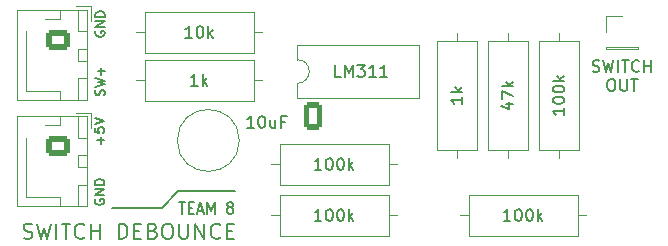
<source format=gto>
%TF.GenerationSoftware,KiCad,Pcbnew,9.0.2*%
%TF.CreationDate,2025-07-07T17:16:47-07:00*%
%TF.ProjectId,switch_debounce_unit,73776974-6368-45f6-9465-626f756e6365,rev?*%
%TF.SameCoordinates,Original*%
%TF.FileFunction,Legend,Top*%
%TF.FilePolarity,Positive*%
%FSLAX46Y46*%
G04 Gerber Fmt 4.6, Leading zero omitted, Abs format (unit mm)*
G04 Created by KiCad (PCBNEW 9.0.2) date 2025-07-07 17:16:47*
%MOMM*%
%LPD*%
G01*
G04 APERTURE LIST*
G04 Aperture macros list*
%AMRoundRect*
0 Rectangle with rounded corners*
0 $1 Rounding radius*
0 $2 $3 $4 $5 $6 $7 $8 $9 X,Y pos of 4 corners*
0 Add a 4 corners polygon primitive as box body*
4,1,4,$2,$3,$4,$5,$6,$7,$8,$9,$2,$3,0*
0 Add four circle primitives for the rounded corners*
1,1,$1+$1,$2,$3*
1,1,$1+$1,$4,$5*
1,1,$1+$1,$6,$7*
1,1,$1+$1,$8,$9*
0 Add four rect primitives between the rounded corners*
20,1,$1+$1,$2,$3,$4,$5,0*
20,1,$1+$1,$4,$5,$6,$7,0*
20,1,$1+$1,$6,$7,$8,$9,0*
20,1,$1+$1,$8,$9,$2,$3,0*%
G04 Aperture macros list end*
%ADD10C,0.200000*%
%ADD11C,0.120000*%
%ADD12C,1.200000*%
%ADD13RoundRect,0.250000X-0.750000X0.600000X-0.750000X-0.600000X0.750000X-0.600000X0.750000X0.600000X0*%
%ADD14O,2.000000X1.700000*%
%ADD15C,1.600000*%
%ADD16RoundRect,0.250000X0.550000X-0.950000X0.550000X0.950000X-0.550000X0.950000X-0.550000X-0.950000X0*%
%ADD17O,1.600000X2.400000*%
%ADD18R,1.700000X1.700000*%
G04 APERTURE END LIST*
D10*
X19919600Y-20798041D02*
X19957695Y-20683755D01*
X19957695Y-20683755D02*
X19957695Y-20493279D01*
X19957695Y-20493279D02*
X19919600Y-20417088D01*
X19919600Y-20417088D02*
X19881504Y-20378993D01*
X19881504Y-20378993D02*
X19805314Y-20340898D01*
X19805314Y-20340898D02*
X19729123Y-20340898D01*
X19729123Y-20340898D02*
X19652933Y-20378993D01*
X19652933Y-20378993D02*
X19614838Y-20417088D01*
X19614838Y-20417088D02*
X19576742Y-20493279D01*
X19576742Y-20493279D02*
X19538647Y-20645660D01*
X19538647Y-20645660D02*
X19500552Y-20721850D01*
X19500552Y-20721850D02*
X19462457Y-20759945D01*
X19462457Y-20759945D02*
X19386266Y-20798041D01*
X19386266Y-20798041D02*
X19310076Y-20798041D01*
X19310076Y-20798041D02*
X19233885Y-20759945D01*
X19233885Y-20759945D02*
X19195790Y-20721850D01*
X19195790Y-20721850D02*
X19157695Y-20645660D01*
X19157695Y-20645660D02*
X19157695Y-20455183D01*
X19157695Y-20455183D02*
X19195790Y-20340898D01*
X19157695Y-20074231D02*
X19957695Y-19883755D01*
X19957695Y-19883755D02*
X19386266Y-19731374D01*
X19386266Y-19731374D02*
X19957695Y-19578993D01*
X19957695Y-19578993D02*
X19157695Y-19388517D01*
X19652933Y-19083754D02*
X19652933Y-18474231D01*
X19957695Y-18778992D02*
X19348171Y-18778992D01*
X19195790Y-15387898D02*
X19157695Y-15464088D01*
X19157695Y-15464088D02*
X19157695Y-15578374D01*
X19157695Y-15578374D02*
X19195790Y-15692660D01*
X19195790Y-15692660D02*
X19271980Y-15768850D01*
X19271980Y-15768850D02*
X19348171Y-15806945D01*
X19348171Y-15806945D02*
X19500552Y-15845041D01*
X19500552Y-15845041D02*
X19614838Y-15845041D01*
X19614838Y-15845041D02*
X19767219Y-15806945D01*
X19767219Y-15806945D02*
X19843409Y-15768850D01*
X19843409Y-15768850D02*
X19919600Y-15692660D01*
X19919600Y-15692660D02*
X19957695Y-15578374D01*
X19957695Y-15578374D02*
X19957695Y-15502183D01*
X19957695Y-15502183D02*
X19919600Y-15387898D01*
X19919600Y-15387898D02*
X19881504Y-15349802D01*
X19881504Y-15349802D02*
X19614838Y-15349802D01*
X19614838Y-15349802D02*
X19614838Y-15502183D01*
X19957695Y-15006945D02*
X19157695Y-15006945D01*
X19157695Y-15006945D02*
X19957695Y-14549802D01*
X19957695Y-14549802D02*
X19157695Y-14549802D01*
X19957695Y-14168850D02*
X19157695Y-14168850D01*
X19157695Y-14168850D02*
X19157695Y-13978374D01*
X19157695Y-13978374D02*
X19195790Y-13864088D01*
X19195790Y-13864088D02*
X19271980Y-13787898D01*
X19271980Y-13787898D02*
X19348171Y-13749803D01*
X19348171Y-13749803D02*
X19500552Y-13711707D01*
X19500552Y-13711707D02*
X19614838Y-13711707D01*
X19614838Y-13711707D02*
X19767219Y-13749803D01*
X19767219Y-13749803D02*
X19843409Y-13787898D01*
X19843409Y-13787898D02*
X19919600Y-13864088D01*
X19919600Y-13864088D02*
X19957695Y-13978374D01*
X19957695Y-13978374D02*
X19957695Y-14168850D01*
X26162000Y-28956000D02*
X30988000Y-28956000D01*
X24765000Y-30353000D02*
X26162000Y-28956000D01*
X20574000Y-30353000D02*
X24765000Y-30353000D01*
X19136609Y-29611898D02*
X19098514Y-29688088D01*
X19098514Y-29688088D02*
X19098514Y-29802374D01*
X19098514Y-29802374D02*
X19136609Y-29916660D01*
X19136609Y-29916660D02*
X19212799Y-29992850D01*
X19212799Y-29992850D02*
X19288990Y-30030945D01*
X19288990Y-30030945D02*
X19441371Y-30069041D01*
X19441371Y-30069041D02*
X19555657Y-30069041D01*
X19555657Y-30069041D02*
X19708038Y-30030945D01*
X19708038Y-30030945D02*
X19784228Y-29992850D01*
X19784228Y-29992850D02*
X19860419Y-29916660D01*
X19860419Y-29916660D02*
X19898514Y-29802374D01*
X19898514Y-29802374D02*
X19898514Y-29726183D01*
X19898514Y-29726183D02*
X19860419Y-29611898D01*
X19860419Y-29611898D02*
X19822323Y-29573802D01*
X19822323Y-29573802D02*
X19555657Y-29573802D01*
X19555657Y-29573802D02*
X19555657Y-29726183D01*
X19898514Y-29230945D02*
X19098514Y-29230945D01*
X19098514Y-29230945D02*
X19898514Y-28773802D01*
X19898514Y-28773802D02*
X19098514Y-28773802D01*
X19898514Y-28392850D02*
X19098514Y-28392850D01*
X19098514Y-28392850D02*
X19098514Y-28202374D01*
X19098514Y-28202374D02*
X19136609Y-28088088D01*
X19136609Y-28088088D02*
X19212799Y-28011898D01*
X19212799Y-28011898D02*
X19288990Y-27973803D01*
X19288990Y-27973803D02*
X19441371Y-27935707D01*
X19441371Y-27935707D02*
X19555657Y-27935707D01*
X19555657Y-27935707D02*
X19708038Y-27973803D01*
X19708038Y-27973803D02*
X19784228Y-28011898D01*
X19784228Y-28011898D02*
X19860419Y-28088088D01*
X19860419Y-28088088D02*
X19898514Y-28202374D01*
X19898514Y-28202374D02*
X19898514Y-28392850D01*
X19593752Y-24918770D02*
X19593752Y-24309247D01*
X19898514Y-24614008D02*
X19288990Y-24614008D01*
X19098514Y-23547342D02*
X19098514Y-23928294D01*
X19098514Y-23928294D02*
X19479466Y-23966390D01*
X19479466Y-23966390D02*
X19441371Y-23928294D01*
X19441371Y-23928294D02*
X19403276Y-23852104D01*
X19403276Y-23852104D02*
X19403276Y-23661628D01*
X19403276Y-23661628D02*
X19441371Y-23585437D01*
X19441371Y-23585437D02*
X19479466Y-23547342D01*
X19479466Y-23547342D02*
X19555657Y-23509247D01*
X19555657Y-23509247D02*
X19746133Y-23509247D01*
X19746133Y-23509247D02*
X19822323Y-23547342D01*
X19822323Y-23547342D02*
X19860419Y-23585437D01*
X19860419Y-23585437D02*
X19898514Y-23661628D01*
X19898514Y-23661628D02*
X19898514Y-23852104D01*
X19898514Y-23852104D02*
X19860419Y-23928294D01*
X19860419Y-23928294D02*
X19822323Y-23966390D01*
X19098514Y-23280675D02*
X19898514Y-23014008D01*
X19898514Y-23014008D02*
X19098514Y-22747342D01*
X61254000Y-18783656D02*
X61396857Y-18831275D01*
X61396857Y-18831275D02*
X61634952Y-18831275D01*
X61634952Y-18831275D02*
X61730190Y-18783656D01*
X61730190Y-18783656D02*
X61777809Y-18736036D01*
X61777809Y-18736036D02*
X61825428Y-18640798D01*
X61825428Y-18640798D02*
X61825428Y-18545560D01*
X61825428Y-18545560D02*
X61777809Y-18450322D01*
X61777809Y-18450322D02*
X61730190Y-18402703D01*
X61730190Y-18402703D02*
X61634952Y-18355084D01*
X61634952Y-18355084D02*
X61444476Y-18307465D01*
X61444476Y-18307465D02*
X61349238Y-18259846D01*
X61349238Y-18259846D02*
X61301619Y-18212227D01*
X61301619Y-18212227D02*
X61254000Y-18116989D01*
X61254000Y-18116989D02*
X61254000Y-18021751D01*
X61254000Y-18021751D02*
X61301619Y-17926513D01*
X61301619Y-17926513D02*
X61349238Y-17878894D01*
X61349238Y-17878894D02*
X61444476Y-17831275D01*
X61444476Y-17831275D02*
X61682571Y-17831275D01*
X61682571Y-17831275D02*
X61825428Y-17878894D01*
X62158762Y-17831275D02*
X62396857Y-18831275D01*
X62396857Y-18831275D02*
X62587333Y-18116989D01*
X62587333Y-18116989D02*
X62777809Y-18831275D01*
X62777809Y-18831275D02*
X63015905Y-17831275D01*
X63396857Y-18831275D02*
X63396857Y-17831275D01*
X63730190Y-17831275D02*
X64301618Y-17831275D01*
X64015904Y-18831275D02*
X64015904Y-17831275D01*
X65206380Y-18736036D02*
X65158761Y-18783656D01*
X65158761Y-18783656D02*
X65015904Y-18831275D01*
X65015904Y-18831275D02*
X64920666Y-18831275D01*
X64920666Y-18831275D02*
X64777809Y-18783656D01*
X64777809Y-18783656D02*
X64682571Y-18688417D01*
X64682571Y-18688417D02*
X64634952Y-18593179D01*
X64634952Y-18593179D02*
X64587333Y-18402703D01*
X64587333Y-18402703D02*
X64587333Y-18259846D01*
X64587333Y-18259846D02*
X64634952Y-18069370D01*
X64634952Y-18069370D02*
X64682571Y-17974132D01*
X64682571Y-17974132D02*
X64777809Y-17878894D01*
X64777809Y-17878894D02*
X64920666Y-17831275D01*
X64920666Y-17831275D02*
X65015904Y-17831275D01*
X65015904Y-17831275D02*
X65158761Y-17878894D01*
X65158761Y-17878894D02*
X65206380Y-17926513D01*
X65634952Y-18831275D02*
X65634952Y-17831275D01*
X65634952Y-18307465D02*
X66206380Y-18307465D01*
X66206380Y-18831275D02*
X66206380Y-17831275D01*
X62754000Y-19441219D02*
X62944476Y-19441219D01*
X62944476Y-19441219D02*
X63039714Y-19488838D01*
X63039714Y-19488838D02*
X63134952Y-19584076D01*
X63134952Y-19584076D02*
X63182571Y-19774552D01*
X63182571Y-19774552D02*
X63182571Y-20107885D01*
X63182571Y-20107885D02*
X63134952Y-20298361D01*
X63134952Y-20298361D02*
X63039714Y-20393600D01*
X63039714Y-20393600D02*
X62944476Y-20441219D01*
X62944476Y-20441219D02*
X62754000Y-20441219D01*
X62754000Y-20441219D02*
X62658762Y-20393600D01*
X62658762Y-20393600D02*
X62563524Y-20298361D01*
X62563524Y-20298361D02*
X62515905Y-20107885D01*
X62515905Y-20107885D02*
X62515905Y-19774552D01*
X62515905Y-19774552D02*
X62563524Y-19584076D01*
X62563524Y-19584076D02*
X62658762Y-19488838D01*
X62658762Y-19488838D02*
X62754000Y-19441219D01*
X63611143Y-19441219D02*
X63611143Y-20250742D01*
X63611143Y-20250742D02*
X63658762Y-20345980D01*
X63658762Y-20345980D02*
X63706381Y-20393600D01*
X63706381Y-20393600D02*
X63801619Y-20441219D01*
X63801619Y-20441219D02*
X63992095Y-20441219D01*
X63992095Y-20441219D02*
X64087333Y-20393600D01*
X64087333Y-20393600D02*
X64134952Y-20345980D01*
X64134952Y-20345980D02*
X64182571Y-20250742D01*
X64182571Y-20250742D02*
X64182571Y-19441219D01*
X64515905Y-19441219D02*
X65087333Y-19441219D01*
X64801619Y-20441219D02*
X64801619Y-19441219D01*
X26252292Y-29855219D02*
X26766578Y-29855219D01*
X26509435Y-30855219D02*
X26509435Y-29855219D01*
X27066577Y-30331409D02*
X27366577Y-30331409D01*
X27495149Y-30855219D02*
X27066577Y-30855219D01*
X27066577Y-30855219D02*
X27066577Y-29855219D01*
X27066577Y-29855219D02*
X27495149Y-29855219D01*
X27838006Y-30569504D02*
X28266578Y-30569504D01*
X27752292Y-30855219D02*
X28052292Y-29855219D01*
X28052292Y-29855219D02*
X28352292Y-30855219D01*
X28652292Y-30855219D02*
X28652292Y-29855219D01*
X28652292Y-29855219D02*
X28952292Y-30569504D01*
X28952292Y-30569504D02*
X29252292Y-29855219D01*
X29252292Y-29855219D02*
X29252292Y-30855219D01*
X30495149Y-30283790D02*
X30409434Y-30236171D01*
X30409434Y-30236171D02*
X30366577Y-30188552D01*
X30366577Y-30188552D02*
X30323720Y-30093314D01*
X30323720Y-30093314D02*
X30323720Y-30045695D01*
X30323720Y-30045695D02*
X30366577Y-29950457D01*
X30366577Y-29950457D02*
X30409434Y-29902838D01*
X30409434Y-29902838D02*
X30495149Y-29855219D01*
X30495149Y-29855219D02*
X30666577Y-29855219D01*
X30666577Y-29855219D02*
X30752292Y-29902838D01*
X30752292Y-29902838D02*
X30795149Y-29950457D01*
X30795149Y-29950457D02*
X30838006Y-30045695D01*
X30838006Y-30045695D02*
X30838006Y-30093314D01*
X30838006Y-30093314D02*
X30795149Y-30188552D01*
X30795149Y-30188552D02*
X30752292Y-30236171D01*
X30752292Y-30236171D02*
X30666577Y-30283790D01*
X30666577Y-30283790D02*
X30495149Y-30283790D01*
X30495149Y-30283790D02*
X30409434Y-30331409D01*
X30409434Y-30331409D02*
X30366577Y-30379028D01*
X30366577Y-30379028D02*
X30323720Y-30474266D01*
X30323720Y-30474266D02*
X30323720Y-30664742D01*
X30323720Y-30664742D02*
X30366577Y-30759980D01*
X30366577Y-30759980D02*
X30409434Y-30807600D01*
X30409434Y-30807600D02*
X30495149Y-30855219D01*
X30495149Y-30855219D02*
X30666577Y-30855219D01*
X30666577Y-30855219D02*
X30752292Y-30807600D01*
X30752292Y-30807600D02*
X30795149Y-30759980D01*
X30795149Y-30759980D02*
X30838006Y-30664742D01*
X30838006Y-30664742D02*
X30838006Y-30474266D01*
X30838006Y-30474266D02*
X30795149Y-30379028D01*
X30795149Y-30379028D02*
X30752292Y-30331409D01*
X30752292Y-30331409D02*
X30666577Y-30283790D01*
X13079197Y-32915600D02*
X13264911Y-32977504D01*
X13264911Y-32977504D02*
X13574435Y-32977504D01*
X13574435Y-32977504D02*
X13698244Y-32915600D01*
X13698244Y-32915600D02*
X13760149Y-32853695D01*
X13760149Y-32853695D02*
X13822054Y-32729885D01*
X13822054Y-32729885D02*
X13822054Y-32606076D01*
X13822054Y-32606076D02*
X13760149Y-32482266D01*
X13760149Y-32482266D02*
X13698244Y-32420361D01*
X13698244Y-32420361D02*
X13574435Y-32358457D01*
X13574435Y-32358457D02*
X13326816Y-32296552D01*
X13326816Y-32296552D02*
X13203006Y-32234647D01*
X13203006Y-32234647D02*
X13141101Y-32172742D01*
X13141101Y-32172742D02*
X13079197Y-32048933D01*
X13079197Y-32048933D02*
X13079197Y-31925123D01*
X13079197Y-31925123D02*
X13141101Y-31801314D01*
X13141101Y-31801314D02*
X13203006Y-31739409D01*
X13203006Y-31739409D02*
X13326816Y-31677504D01*
X13326816Y-31677504D02*
X13636339Y-31677504D01*
X13636339Y-31677504D02*
X13822054Y-31739409D01*
X14255387Y-31677504D02*
X14564911Y-32977504D01*
X14564911Y-32977504D02*
X14812530Y-32048933D01*
X14812530Y-32048933D02*
X15060149Y-32977504D01*
X15060149Y-32977504D02*
X15369673Y-31677504D01*
X15864910Y-32977504D02*
X15864910Y-31677504D01*
X16298244Y-31677504D02*
X17041101Y-31677504D01*
X16669673Y-32977504D02*
X16669673Y-31677504D01*
X18217291Y-32853695D02*
X18155387Y-32915600D01*
X18155387Y-32915600D02*
X17969672Y-32977504D01*
X17969672Y-32977504D02*
X17845863Y-32977504D01*
X17845863Y-32977504D02*
X17660149Y-32915600D01*
X17660149Y-32915600D02*
X17536339Y-32791790D01*
X17536339Y-32791790D02*
X17474434Y-32667980D01*
X17474434Y-32667980D02*
X17412530Y-32420361D01*
X17412530Y-32420361D02*
X17412530Y-32234647D01*
X17412530Y-32234647D02*
X17474434Y-31987028D01*
X17474434Y-31987028D02*
X17536339Y-31863219D01*
X17536339Y-31863219D02*
X17660149Y-31739409D01*
X17660149Y-31739409D02*
X17845863Y-31677504D01*
X17845863Y-31677504D02*
X17969672Y-31677504D01*
X17969672Y-31677504D02*
X18155387Y-31739409D01*
X18155387Y-31739409D02*
X18217291Y-31801314D01*
X18774434Y-32977504D02*
X18774434Y-31677504D01*
X18774434Y-32296552D02*
X19517291Y-32296552D01*
X19517291Y-32977504D02*
X19517291Y-31677504D01*
X21126815Y-32977504D02*
X21126815Y-31677504D01*
X21126815Y-31677504D02*
X21436339Y-31677504D01*
X21436339Y-31677504D02*
X21622053Y-31739409D01*
X21622053Y-31739409D02*
X21745863Y-31863219D01*
X21745863Y-31863219D02*
X21807768Y-31987028D01*
X21807768Y-31987028D02*
X21869672Y-32234647D01*
X21869672Y-32234647D02*
X21869672Y-32420361D01*
X21869672Y-32420361D02*
X21807768Y-32667980D01*
X21807768Y-32667980D02*
X21745863Y-32791790D01*
X21745863Y-32791790D02*
X21622053Y-32915600D01*
X21622053Y-32915600D02*
X21436339Y-32977504D01*
X21436339Y-32977504D02*
X21126815Y-32977504D01*
X22426815Y-32296552D02*
X22860149Y-32296552D01*
X23045863Y-32977504D02*
X22426815Y-32977504D01*
X22426815Y-32977504D02*
X22426815Y-31677504D01*
X22426815Y-31677504D02*
X23045863Y-31677504D01*
X24036339Y-32296552D02*
X24222053Y-32358457D01*
X24222053Y-32358457D02*
X24283958Y-32420361D01*
X24283958Y-32420361D02*
X24345862Y-32544171D01*
X24345862Y-32544171D02*
X24345862Y-32729885D01*
X24345862Y-32729885D02*
X24283958Y-32853695D01*
X24283958Y-32853695D02*
X24222053Y-32915600D01*
X24222053Y-32915600D02*
X24098243Y-32977504D01*
X24098243Y-32977504D02*
X23603005Y-32977504D01*
X23603005Y-32977504D02*
X23603005Y-31677504D01*
X23603005Y-31677504D02*
X24036339Y-31677504D01*
X24036339Y-31677504D02*
X24160148Y-31739409D01*
X24160148Y-31739409D02*
X24222053Y-31801314D01*
X24222053Y-31801314D02*
X24283958Y-31925123D01*
X24283958Y-31925123D02*
X24283958Y-32048933D01*
X24283958Y-32048933D02*
X24222053Y-32172742D01*
X24222053Y-32172742D02*
X24160148Y-32234647D01*
X24160148Y-32234647D02*
X24036339Y-32296552D01*
X24036339Y-32296552D02*
X23603005Y-32296552D01*
X25150624Y-31677504D02*
X25398243Y-31677504D01*
X25398243Y-31677504D02*
X25522053Y-31739409D01*
X25522053Y-31739409D02*
X25645862Y-31863219D01*
X25645862Y-31863219D02*
X25707767Y-32110838D01*
X25707767Y-32110838D02*
X25707767Y-32544171D01*
X25707767Y-32544171D02*
X25645862Y-32791790D01*
X25645862Y-32791790D02*
X25522053Y-32915600D01*
X25522053Y-32915600D02*
X25398243Y-32977504D01*
X25398243Y-32977504D02*
X25150624Y-32977504D01*
X25150624Y-32977504D02*
X25026815Y-32915600D01*
X25026815Y-32915600D02*
X24903005Y-32791790D01*
X24903005Y-32791790D02*
X24841101Y-32544171D01*
X24841101Y-32544171D02*
X24841101Y-32110838D01*
X24841101Y-32110838D02*
X24903005Y-31863219D01*
X24903005Y-31863219D02*
X25026815Y-31739409D01*
X25026815Y-31739409D02*
X25150624Y-31677504D01*
X26264910Y-31677504D02*
X26264910Y-32729885D01*
X26264910Y-32729885D02*
X26326815Y-32853695D01*
X26326815Y-32853695D02*
X26388720Y-32915600D01*
X26388720Y-32915600D02*
X26512529Y-32977504D01*
X26512529Y-32977504D02*
X26760148Y-32977504D01*
X26760148Y-32977504D02*
X26883958Y-32915600D01*
X26883958Y-32915600D02*
X26945863Y-32853695D01*
X26945863Y-32853695D02*
X27007767Y-32729885D01*
X27007767Y-32729885D02*
X27007767Y-31677504D01*
X27626815Y-32977504D02*
X27626815Y-31677504D01*
X27626815Y-31677504D02*
X28369672Y-32977504D01*
X28369672Y-32977504D02*
X28369672Y-31677504D01*
X29731577Y-32853695D02*
X29669673Y-32915600D01*
X29669673Y-32915600D02*
X29483958Y-32977504D01*
X29483958Y-32977504D02*
X29360149Y-32977504D01*
X29360149Y-32977504D02*
X29174435Y-32915600D01*
X29174435Y-32915600D02*
X29050625Y-32791790D01*
X29050625Y-32791790D02*
X28988720Y-32667980D01*
X28988720Y-32667980D02*
X28926816Y-32420361D01*
X28926816Y-32420361D02*
X28926816Y-32234647D01*
X28926816Y-32234647D02*
X28988720Y-31987028D01*
X28988720Y-31987028D02*
X29050625Y-31863219D01*
X29050625Y-31863219D02*
X29174435Y-31739409D01*
X29174435Y-31739409D02*
X29360149Y-31677504D01*
X29360149Y-31677504D02*
X29483958Y-31677504D01*
X29483958Y-31677504D02*
X29669673Y-31739409D01*
X29669673Y-31739409D02*
X29731577Y-31801314D01*
X30288720Y-32296552D02*
X30722054Y-32296552D01*
X30907768Y-32977504D02*
X30288720Y-32977504D01*
X30288720Y-32977504D02*
X30288720Y-31677504D01*
X30288720Y-31677504D02*
X30907768Y-31677504D01*
X50236219Y-20947047D02*
X50236219Y-21518475D01*
X50236219Y-21232761D02*
X49236219Y-21232761D01*
X49236219Y-21232761D02*
X49379076Y-21327999D01*
X49379076Y-21327999D02*
X49474314Y-21423237D01*
X49474314Y-21423237D02*
X49521933Y-21518475D01*
X50236219Y-20518475D02*
X49236219Y-20518475D01*
X49855266Y-20423237D02*
X50236219Y-20137523D01*
X49569552Y-20137523D02*
X49950504Y-20518475D01*
X53887552Y-21518476D02*
X54554219Y-21518476D01*
X53506600Y-21756571D02*
X54220885Y-21994666D01*
X54220885Y-21994666D02*
X54220885Y-21375619D01*
X53554219Y-21089904D02*
X53554219Y-20423238D01*
X53554219Y-20423238D02*
X54554219Y-20851809D01*
X54554219Y-20042285D02*
X53554219Y-20042285D01*
X54173266Y-19947047D02*
X54554219Y-19661333D01*
X53887552Y-19661333D02*
X54268504Y-20042285D01*
X39965523Y-19248219D02*
X39489333Y-19248219D01*
X39489333Y-19248219D02*
X39489333Y-18248219D01*
X40298857Y-19248219D02*
X40298857Y-18248219D01*
X40298857Y-18248219D02*
X40632190Y-18962504D01*
X40632190Y-18962504D02*
X40965523Y-18248219D01*
X40965523Y-18248219D02*
X40965523Y-19248219D01*
X41346476Y-18248219D02*
X41965523Y-18248219D01*
X41965523Y-18248219D02*
X41632190Y-18629171D01*
X41632190Y-18629171D02*
X41775047Y-18629171D01*
X41775047Y-18629171D02*
X41870285Y-18676790D01*
X41870285Y-18676790D02*
X41917904Y-18724409D01*
X41917904Y-18724409D02*
X41965523Y-18819647D01*
X41965523Y-18819647D02*
X41965523Y-19057742D01*
X41965523Y-19057742D02*
X41917904Y-19152980D01*
X41917904Y-19152980D02*
X41870285Y-19200600D01*
X41870285Y-19200600D02*
X41775047Y-19248219D01*
X41775047Y-19248219D02*
X41489333Y-19248219D01*
X41489333Y-19248219D02*
X41394095Y-19200600D01*
X41394095Y-19200600D02*
X41346476Y-19152980D01*
X42917904Y-19248219D02*
X42346476Y-19248219D01*
X42632190Y-19248219D02*
X42632190Y-18248219D01*
X42632190Y-18248219D02*
X42536952Y-18391076D01*
X42536952Y-18391076D02*
X42441714Y-18486314D01*
X42441714Y-18486314D02*
X42346476Y-18533933D01*
X43870285Y-19248219D02*
X43298857Y-19248219D01*
X43584571Y-19248219D02*
X43584571Y-18248219D01*
X43584571Y-18248219D02*
X43489333Y-18391076D01*
X43489333Y-18391076D02*
X43394095Y-18486314D01*
X43394095Y-18486314D02*
X43298857Y-18533933D01*
X38298571Y-31440219D02*
X37727143Y-31440219D01*
X38012857Y-31440219D02*
X38012857Y-30440219D01*
X38012857Y-30440219D02*
X37917619Y-30583076D01*
X37917619Y-30583076D02*
X37822381Y-30678314D01*
X37822381Y-30678314D02*
X37727143Y-30725933D01*
X38917619Y-30440219D02*
X39012857Y-30440219D01*
X39012857Y-30440219D02*
X39108095Y-30487838D01*
X39108095Y-30487838D02*
X39155714Y-30535457D01*
X39155714Y-30535457D02*
X39203333Y-30630695D01*
X39203333Y-30630695D02*
X39250952Y-30821171D01*
X39250952Y-30821171D02*
X39250952Y-31059266D01*
X39250952Y-31059266D02*
X39203333Y-31249742D01*
X39203333Y-31249742D02*
X39155714Y-31344980D01*
X39155714Y-31344980D02*
X39108095Y-31392600D01*
X39108095Y-31392600D02*
X39012857Y-31440219D01*
X39012857Y-31440219D02*
X38917619Y-31440219D01*
X38917619Y-31440219D02*
X38822381Y-31392600D01*
X38822381Y-31392600D02*
X38774762Y-31344980D01*
X38774762Y-31344980D02*
X38727143Y-31249742D01*
X38727143Y-31249742D02*
X38679524Y-31059266D01*
X38679524Y-31059266D02*
X38679524Y-30821171D01*
X38679524Y-30821171D02*
X38727143Y-30630695D01*
X38727143Y-30630695D02*
X38774762Y-30535457D01*
X38774762Y-30535457D02*
X38822381Y-30487838D01*
X38822381Y-30487838D02*
X38917619Y-30440219D01*
X39870000Y-30440219D02*
X39965238Y-30440219D01*
X39965238Y-30440219D02*
X40060476Y-30487838D01*
X40060476Y-30487838D02*
X40108095Y-30535457D01*
X40108095Y-30535457D02*
X40155714Y-30630695D01*
X40155714Y-30630695D02*
X40203333Y-30821171D01*
X40203333Y-30821171D02*
X40203333Y-31059266D01*
X40203333Y-31059266D02*
X40155714Y-31249742D01*
X40155714Y-31249742D02*
X40108095Y-31344980D01*
X40108095Y-31344980D02*
X40060476Y-31392600D01*
X40060476Y-31392600D02*
X39965238Y-31440219D01*
X39965238Y-31440219D02*
X39870000Y-31440219D01*
X39870000Y-31440219D02*
X39774762Y-31392600D01*
X39774762Y-31392600D02*
X39727143Y-31344980D01*
X39727143Y-31344980D02*
X39679524Y-31249742D01*
X39679524Y-31249742D02*
X39631905Y-31059266D01*
X39631905Y-31059266D02*
X39631905Y-30821171D01*
X39631905Y-30821171D02*
X39679524Y-30630695D01*
X39679524Y-30630695D02*
X39727143Y-30535457D01*
X39727143Y-30535457D02*
X39774762Y-30487838D01*
X39774762Y-30487838D02*
X39870000Y-30440219D01*
X40631905Y-31440219D02*
X40631905Y-30440219D01*
X40727143Y-31059266D02*
X41012857Y-31440219D01*
X41012857Y-30773552D02*
X40631905Y-31154504D01*
X38298571Y-27122219D02*
X37727143Y-27122219D01*
X38012857Y-27122219D02*
X38012857Y-26122219D01*
X38012857Y-26122219D02*
X37917619Y-26265076D01*
X37917619Y-26265076D02*
X37822381Y-26360314D01*
X37822381Y-26360314D02*
X37727143Y-26407933D01*
X38917619Y-26122219D02*
X39012857Y-26122219D01*
X39012857Y-26122219D02*
X39108095Y-26169838D01*
X39108095Y-26169838D02*
X39155714Y-26217457D01*
X39155714Y-26217457D02*
X39203333Y-26312695D01*
X39203333Y-26312695D02*
X39250952Y-26503171D01*
X39250952Y-26503171D02*
X39250952Y-26741266D01*
X39250952Y-26741266D02*
X39203333Y-26931742D01*
X39203333Y-26931742D02*
X39155714Y-27026980D01*
X39155714Y-27026980D02*
X39108095Y-27074600D01*
X39108095Y-27074600D02*
X39012857Y-27122219D01*
X39012857Y-27122219D02*
X38917619Y-27122219D01*
X38917619Y-27122219D02*
X38822381Y-27074600D01*
X38822381Y-27074600D02*
X38774762Y-27026980D01*
X38774762Y-27026980D02*
X38727143Y-26931742D01*
X38727143Y-26931742D02*
X38679524Y-26741266D01*
X38679524Y-26741266D02*
X38679524Y-26503171D01*
X38679524Y-26503171D02*
X38727143Y-26312695D01*
X38727143Y-26312695D02*
X38774762Y-26217457D01*
X38774762Y-26217457D02*
X38822381Y-26169838D01*
X38822381Y-26169838D02*
X38917619Y-26122219D01*
X39870000Y-26122219D02*
X39965238Y-26122219D01*
X39965238Y-26122219D02*
X40060476Y-26169838D01*
X40060476Y-26169838D02*
X40108095Y-26217457D01*
X40108095Y-26217457D02*
X40155714Y-26312695D01*
X40155714Y-26312695D02*
X40203333Y-26503171D01*
X40203333Y-26503171D02*
X40203333Y-26741266D01*
X40203333Y-26741266D02*
X40155714Y-26931742D01*
X40155714Y-26931742D02*
X40108095Y-27026980D01*
X40108095Y-27026980D02*
X40060476Y-27074600D01*
X40060476Y-27074600D02*
X39965238Y-27122219D01*
X39965238Y-27122219D02*
X39870000Y-27122219D01*
X39870000Y-27122219D02*
X39774762Y-27074600D01*
X39774762Y-27074600D02*
X39727143Y-27026980D01*
X39727143Y-27026980D02*
X39679524Y-26931742D01*
X39679524Y-26931742D02*
X39631905Y-26741266D01*
X39631905Y-26741266D02*
X39631905Y-26503171D01*
X39631905Y-26503171D02*
X39679524Y-26312695D01*
X39679524Y-26312695D02*
X39727143Y-26217457D01*
X39727143Y-26217457D02*
X39774762Y-26169838D01*
X39774762Y-26169838D02*
X39870000Y-26122219D01*
X40631905Y-27122219D02*
X40631905Y-26122219D01*
X40727143Y-26741266D02*
X41012857Y-27122219D01*
X41012857Y-26455552D02*
X40631905Y-26836504D01*
X27344761Y-15946219D02*
X26773333Y-15946219D01*
X27059047Y-15946219D02*
X27059047Y-14946219D01*
X27059047Y-14946219D02*
X26963809Y-15089076D01*
X26963809Y-15089076D02*
X26868571Y-15184314D01*
X26868571Y-15184314D02*
X26773333Y-15231933D01*
X27963809Y-14946219D02*
X28059047Y-14946219D01*
X28059047Y-14946219D02*
X28154285Y-14993838D01*
X28154285Y-14993838D02*
X28201904Y-15041457D01*
X28201904Y-15041457D02*
X28249523Y-15136695D01*
X28249523Y-15136695D02*
X28297142Y-15327171D01*
X28297142Y-15327171D02*
X28297142Y-15565266D01*
X28297142Y-15565266D02*
X28249523Y-15755742D01*
X28249523Y-15755742D02*
X28201904Y-15850980D01*
X28201904Y-15850980D02*
X28154285Y-15898600D01*
X28154285Y-15898600D02*
X28059047Y-15946219D01*
X28059047Y-15946219D02*
X27963809Y-15946219D01*
X27963809Y-15946219D02*
X27868571Y-15898600D01*
X27868571Y-15898600D02*
X27820952Y-15850980D01*
X27820952Y-15850980D02*
X27773333Y-15755742D01*
X27773333Y-15755742D02*
X27725714Y-15565266D01*
X27725714Y-15565266D02*
X27725714Y-15327171D01*
X27725714Y-15327171D02*
X27773333Y-15136695D01*
X27773333Y-15136695D02*
X27820952Y-15041457D01*
X27820952Y-15041457D02*
X27868571Y-14993838D01*
X27868571Y-14993838D02*
X27963809Y-14946219D01*
X28725714Y-15946219D02*
X28725714Y-14946219D01*
X28820952Y-15565266D02*
X29106666Y-15946219D01*
X29106666Y-15279552D02*
X28725714Y-15660504D01*
X27820952Y-20010219D02*
X27249524Y-20010219D01*
X27535238Y-20010219D02*
X27535238Y-19010219D01*
X27535238Y-19010219D02*
X27440000Y-19153076D01*
X27440000Y-19153076D02*
X27344762Y-19248314D01*
X27344762Y-19248314D02*
X27249524Y-19295933D01*
X28249524Y-20010219D02*
X28249524Y-19010219D01*
X28344762Y-19629266D02*
X28630476Y-20010219D01*
X28630476Y-19343552D02*
X28249524Y-19724504D01*
X58872219Y-21899428D02*
X58872219Y-22470856D01*
X58872219Y-22185142D02*
X57872219Y-22185142D01*
X57872219Y-22185142D02*
X58015076Y-22280380D01*
X58015076Y-22280380D02*
X58110314Y-22375618D01*
X58110314Y-22375618D02*
X58157933Y-22470856D01*
X57872219Y-21280380D02*
X57872219Y-21185142D01*
X57872219Y-21185142D02*
X57919838Y-21089904D01*
X57919838Y-21089904D02*
X57967457Y-21042285D01*
X57967457Y-21042285D02*
X58062695Y-20994666D01*
X58062695Y-20994666D02*
X58253171Y-20947047D01*
X58253171Y-20947047D02*
X58491266Y-20947047D01*
X58491266Y-20947047D02*
X58681742Y-20994666D01*
X58681742Y-20994666D02*
X58776980Y-21042285D01*
X58776980Y-21042285D02*
X58824600Y-21089904D01*
X58824600Y-21089904D02*
X58872219Y-21185142D01*
X58872219Y-21185142D02*
X58872219Y-21280380D01*
X58872219Y-21280380D02*
X58824600Y-21375618D01*
X58824600Y-21375618D02*
X58776980Y-21423237D01*
X58776980Y-21423237D02*
X58681742Y-21470856D01*
X58681742Y-21470856D02*
X58491266Y-21518475D01*
X58491266Y-21518475D02*
X58253171Y-21518475D01*
X58253171Y-21518475D02*
X58062695Y-21470856D01*
X58062695Y-21470856D02*
X57967457Y-21423237D01*
X57967457Y-21423237D02*
X57919838Y-21375618D01*
X57919838Y-21375618D02*
X57872219Y-21280380D01*
X57872219Y-20327999D02*
X57872219Y-20232761D01*
X57872219Y-20232761D02*
X57919838Y-20137523D01*
X57919838Y-20137523D02*
X57967457Y-20089904D01*
X57967457Y-20089904D02*
X58062695Y-20042285D01*
X58062695Y-20042285D02*
X58253171Y-19994666D01*
X58253171Y-19994666D02*
X58491266Y-19994666D01*
X58491266Y-19994666D02*
X58681742Y-20042285D01*
X58681742Y-20042285D02*
X58776980Y-20089904D01*
X58776980Y-20089904D02*
X58824600Y-20137523D01*
X58824600Y-20137523D02*
X58872219Y-20232761D01*
X58872219Y-20232761D02*
X58872219Y-20327999D01*
X58872219Y-20327999D02*
X58824600Y-20423237D01*
X58824600Y-20423237D02*
X58776980Y-20470856D01*
X58776980Y-20470856D02*
X58681742Y-20518475D01*
X58681742Y-20518475D02*
X58491266Y-20566094D01*
X58491266Y-20566094D02*
X58253171Y-20566094D01*
X58253171Y-20566094D02*
X58062695Y-20518475D01*
X58062695Y-20518475D02*
X57967457Y-20470856D01*
X57967457Y-20470856D02*
X57919838Y-20423237D01*
X57919838Y-20423237D02*
X57872219Y-20327999D01*
X58872219Y-19566094D02*
X57872219Y-19566094D01*
X58491266Y-19470856D02*
X58872219Y-19185142D01*
X58205552Y-19185142D02*
X58586504Y-19566094D01*
X54300571Y-31440219D02*
X53729143Y-31440219D01*
X54014857Y-31440219D02*
X54014857Y-30440219D01*
X54014857Y-30440219D02*
X53919619Y-30583076D01*
X53919619Y-30583076D02*
X53824381Y-30678314D01*
X53824381Y-30678314D02*
X53729143Y-30725933D01*
X54919619Y-30440219D02*
X55014857Y-30440219D01*
X55014857Y-30440219D02*
X55110095Y-30487838D01*
X55110095Y-30487838D02*
X55157714Y-30535457D01*
X55157714Y-30535457D02*
X55205333Y-30630695D01*
X55205333Y-30630695D02*
X55252952Y-30821171D01*
X55252952Y-30821171D02*
X55252952Y-31059266D01*
X55252952Y-31059266D02*
X55205333Y-31249742D01*
X55205333Y-31249742D02*
X55157714Y-31344980D01*
X55157714Y-31344980D02*
X55110095Y-31392600D01*
X55110095Y-31392600D02*
X55014857Y-31440219D01*
X55014857Y-31440219D02*
X54919619Y-31440219D01*
X54919619Y-31440219D02*
X54824381Y-31392600D01*
X54824381Y-31392600D02*
X54776762Y-31344980D01*
X54776762Y-31344980D02*
X54729143Y-31249742D01*
X54729143Y-31249742D02*
X54681524Y-31059266D01*
X54681524Y-31059266D02*
X54681524Y-30821171D01*
X54681524Y-30821171D02*
X54729143Y-30630695D01*
X54729143Y-30630695D02*
X54776762Y-30535457D01*
X54776762Y-30535457D02*
X54824381Y-30487838D01*
X54824381Y-30487838D02*
X54919619Y-30440219D01*
X55872000Y-30440219D02*
X55967238Y-30440219D01*
X55967238Y-30440219D02*
X56062476Y-30487838D01*
X56062476Y-30487838D02*
X56110095Y-30535457D01*
X56110095Y-30535457D02*
X56157714Y-30630695D01*
X56157714Y-30630695D02*
X56205333Y-30821171D01*
X56205333Y-30821171D02*
X56205333Y-31059266D01*
X56205333Y-31059266D02*
X56157714Y-31249742D01*
X56157714Y-31249742D02*
X56110095Y-31344980D01*
X56110095Y-31344980D02*
X56062476Y-31392600D01*
X56062476Y-31392600D02*
X55967238Y-31440219D01*
X55967238Y-31440219D02*
X55872000Y-31440219D01*
X55872000Y-31440219D02*
X55776762Y-31392600D01*
X55776762Y-31392600D02*
X55729143Y-31344980D01*
X55729143Y-31344980D02*
X55681524Y-31249742D01*
X55681524Y-31249742D02*
X55633905Y-31059266D01*
X55633905Y-31059266D02*
X55633905Y-30821171D01*
X55633905Y-30821171D02*
X55681524Y-30630695D01*
X55681524Y-30630695D02*
X55729143Y-30535457D01*
X55729143Y-30535457D02*
X55776762Y-30487838D01*
X55776762Y-30487838D02*
X55872000Y-30440219D01*
X56633905Y-31440219D02*
X56633905Y-30440219D01*
X56729143Y-31059266D02*
X57014857Y-31440219D01*
X57014857Y-30773552D02*
X56633905Y-31154504D01*
X32583571Y-23566219D02*
X32012143Y-23566219D01*
X32297857Y-23566219D02*
X32297857Y-22566219D01*
X32297857Y-22566219D02*
X32202619Y-22709076D01*
X32202619Y-22709076D02*
X32107381Y-22804314D01*
X32107381Y-22804314D02*
X32012143Y-22851933D01*
X33202619Y-22566219D02*
X33297857Y-22566219D01*
X33297857Y-22566219D02*
X33393095Y-22613838D01*
X33393095Y-22613838D02*
X33440714Y-22661457D01*
X33440714Y-22661457D02*
X33488333Y-22756695D01*
X33488333Y-22756695D02*
X33535952Y-22947171D01*
X33535952Y-22947171D02*
X33535952Y-23185266D01*
X33535952Y-23185266D02*
X33488333Y-23375742D01*
X33488333Y-23375742D02*
X33440714Y-23470980D01*
X33440714Y-23470980D02*
X33393095Y-23518600D01*
X33393095Y-23518600D02*
X33297857Y-23566219D01*
X33297857Y-23566219D02*
X33202619Y-23566219D01*
X33202619Y-23566219D02*
X33107381Y-23518600D01*
X33107381Y-23518600D02*
X33059762Y-23470980D01*
X33059762Y-23470980D02*
X33012143Y-23375742D01*
X33012143Y-23375742D02*
X32964524Y-23185266D01*
X32964524Y-23185266D02*
X32964524Y-22947171D01*
X32964524Y-22947171D02*
X33012143Y-22756695D01*
X33012143Y-22756695D02*
X33059762Y-22661457D01*
X33059762Y-22661457D02*
X33107381Y-22613838D01*
X33107381Y-22613838D02*
X33202619Y-22566219D01*
X34393095Y-22899552D02*
X34393095Y-23566219D01*
X33964524Y-22899552D02*
X33964524Y-23423361D01*
X33964524Y-23423361D02*
X34012143Y-23518600D01*
X34012143Y-23518600D02*
X34107381Y-23566219D01*
X34107381Y-23566219D02*
X34250238Y-23566219D01*
X34250238Y-23566219D02*
X34345476Y-23518600D01*
X34345476Y-23518600D02*
X34393095Y-23470980D01*
X35202619Y-23042409D02*
X34869286Y-23042409D01*
X34869286Y-23566219D02*
X34869286Y-22566219D01*
X34869286Y-22566219D02*
X35345476Y-22566219D01*
D11*
%TO.C,SW1*%
X18752000Y-13279000D02*
X17502000Y-13279000D01*
X18462000Y-13569000D02*
X12492000Y-13569000D01*
X12492000Y-13569000D02*
X12492000Y-21189000D01*
X18452000Y-13579000D02*
X17702000Y-13579000D01*
X17702000Y-13579000D02*
X17702000Y-15379000D01*
X16202000Y-13579000D02*
X16202000Y-14329000D01*
X16202000Y-14329000D02*
X14862000Y-14329000D01*
X18752000Y-14529000D02*
X18752000Y-13279000D01*
X18452000Y-15379000D02*
X18452000Y-13579000D01*
X17702000Y-15379000D02*
X18452000Y-15379000D01*
X18452000Y-16879000D02*
X17702000Y-16879000D01*
X17702000Y-16879000D02*
X17702000Y-17879000D01*
X13252000Y-17379000D02*
X13252000Y-15389000D01*
X18452000Y-17879000D02*
X18452000Y-16879000D01*
X17702000Y-17879000D02*
X18452000Y-17879000D01*
X18452000Y-19379000D02*
X17702000Y-19379000D01*
X17702000Y-19379000D02*
X17702000Y-21179000D01*
X16202000Y-20429000D02*
X13252000Y-20429000D01*
X13252000Y-20429000D02*
X13252000Y-17379000D01*
X18452000Y-21179000D02*
X18452000Y-19379000D01*
X17702000Y-21179000D02*
X18452000Y-21179000D01*
X16202000Y-21179000D02*
X16202000Y-20429000D01*
X18462000Y-21189000D02*
X18462000Y-13569000D01*
X12492000Y-21189000D02*
X18462000Y-21189000D01*
%TO.C,BT1*%
X18752000Y-22296000D02*
X17502000Y-22296000D01*
X18462000Y-22586000D02*
X12492000Y-22586000D01*
X12492000Y-22586000D02*
X12492000Y-30206000D01*
X18452000Y-22596000D02*
X17702000Y-22596000D01*
X17702000Y-22596000D02*
X17702000Y-24396000D01*
X16202000Y-22596000D02*
X16202000Y-23346000D01*
X16202000Y-23346000D02*
X14862000Y-23346000D01*
X18752000Y-23546000D02*
X18752000Y-22296000D01*
X18452000Y-24396000D02*
X18452000Y-22596000D01*
X17702000Y-24396000D02*
X18452000Y-24396000D01*
X18452000Y-25896000D02*
X17702000Y-25896000D01*
X17702000Y-25896000D02*
X17702000Y-26896000D01*
X13252000Y-26396000D02*
X13252000Y-24406000D01*
X18452000Y-26896000D02*
X18452000Y-25896000D01*
X17702000Y-26896000D02*
X18452000Y-26896000D01*
X18452000Y-28396000D02*
X17702000Y-28396000D01*
X17702000Y-28396000D02*
X17702000Y-30196000D01*
X16202000Y-29446000D02*
X13252000Y-29446000D01*
X13252000Y-29446000D02*
X13252000Y-26396000D01*
X18452000Y-30196000D02*
X18452000Y-28396000D01*
X17702000Y-30196000D02*
X18452000Y-30196000D01*
X16202000Y-30196000D02*
X16202000Y-29446000D01*
X18462000Y-30206000D02*
X18462000Y-22586000D01*
X12492000Y-30206000D02*
X18462000Y-30206000D01*
%TO.C,R36*%
X51504000Y-16208000D02*
X48064000Y-16208000D01*
X48064000Y-25448000D01*
X51504000Y-25448000D01*
X51504000Y-16208000D01*
X49784000Y-26138000D02*
X49784000Y-25448000D01*
X49784000Y-15518000D02*
X49784000Y-16208000D01*
%TO.C,R1*%
X54102000Y-15518000D02*
X54102000Y-16208000D01*
X54102000Y-26138000D02*
X54102000Y-25448000D01*
X52382000Y-25448000D02*
X55822000Y-25448000D01*
X55822000Y-16208000D01*
X52382000Y-16208000D01*
X52382000Y-25448000D01*
%TO.C,U1*%
X36262000Y-16546000D02*
X36262000Y-17796000D01*
X36262000Y-19796000D02*
X36262000Y-21046000D01*
X36262000Y-21046000D02*
X46542000Y-21046000D01*
X46542000Y-16546000D02*
X36262000Y-16546000D01*
X46542000Y-21046000D02*
X46542000Y-16546000D01*
X36262000Y-17796000D02*
G75*
G02*
X36262000Y-19796000I0J-1000000D01*
G01*
%TO.C,R34*%
X34060000Y-30988000D02*
X34750000Y-30988000D01*
X44680000Y-30988000D02*
X43990000Y-30988000D01*
X34750000Y-29268000D02*
X43990000Y-29268000D01*
X43990000Y-32708000D01*
X34750000Y-32708000D01*
X34750000Y-29268000D01*
%TO.C,V_out1*%
X62374000Y-14114000D02*
X63754000Y-14114000D01*
X62374000Y-15494000D02*
X62374000Y-14114000D01*
X62374000Y-16764000D02*
X62374000Y-16874000D01*
X62374000Y-16764000D02*
X65134000Y-16764000D01*
X62374000Y-16874000D02*
X65134000Y-16874000D01*
X65134000Y-16764000D02*
X65134000Y-16874000D01*
%TO.C,R33*%
X34060000Y-26670000D02*
X34750000Y-26670000D01*
X44680000Y-26670000D02*
X43990000Y-26670000D01*
X43990000Y-28390000D02*
X34750000Y-28390000D01*
X34750000Y-24950000D01*
X43990000Y-24950000D01*
X43990000Y-28390000D01*
%TO.C,R32*%
X22630000Y-15494000D02*
X23320000Y-15494000D01*
X33250000Y-15494000D02*
X32560000Y-15494000D01*
X23320000Y-13774000D02*
X32560000Y-13774000D01*
X32560000Y-17214000D01*
X23320000Y-17214000D01*
X23320000Y-13774000D01*
%TO.C,R31*%
X22630000Y-19558000D02*
X23320000Y-19558000D01*
X33250000Y-19558000D02*
X32560000Y-19558000D01*
X32560000Y-21278000D02*
X23320000Y-21278000D01*
X23320000Y-17838000D01*
X32560000Y-17838000D01*
X32560000Y-21278000D01*
%TO.C,R2*%
X58420000Y-15518000D02*
X58420000Y-16208000D01*
X58420000Y-26138000D02*
X58420000Y-25448000D01*
X56700000Y-25448000D02*
X60140000Y-25448000D01*
X60140000Y-16208000D01*
X56700000Y-16208000D01*
X56700000Y-25448000D01*
%TO.C,R35*%
X50062000Y-30988000D02*
X50752000Y-30988000D01*
X60682000Y-30988000D02*
X59992000Y-30988000D01*
X59992000Y-32708000D02*
X50752000Y-32708000D01*
X50752000Y-29268000D01*
X59992000Y-29268000D01*
X59992000Y-32708000D01*
%TO.C,C6*%
X31338000Y-24638000D02*
G75*
G02*
X26098000Y-24638000I-2620000J0D01*
G01*
X26098000Y-24638000D02*
G75*
G02*
X31338000Y-24638000I2620000J0D01*
G01*
%TD*%
%LPC*%
D12*
%TO.C,SW1*%
X14002000Y-14529000D03*
D13*
X16002000Y-16129000D03*
D14*
X16002000Y-18629000D03*
%TD*%
D12*
%TO.C,BT1*%
X14002000Y-23546000D03*
D13*
X16002000Y-25146000D03*
D14*
X16002000Y-27646000D03*
%TD*%
D15*
%TO.C,R36*%
X49784000Y-27178000D03*
X49784000Y-14478000D03*
%TD*%
%TO.C,R1*%
X54102000Y-27178000D03*
X54102000Y-14478000D03*
%TD*%
D16*
%TO.C,U1*%
X37592000Y-22606000D03*
D17*
X40132000Y-22606000D03*
X42672000Y-22606000D03*
X45212000Y-22606000D03*
X45212000Y-14986000D03*
X42672000Y-14986000D03*
X40132000Y-14986000D03*
X37592000Y-14986000D03*
%TD*%
D15*
%TO.C,R34*%
X33020000Y-30988000D03*
X45720000Y-30988000D03*
%TD*%
D18*
%TO.C,V_out1*%
X63754000Y-15494000D03*
%TD*%
D15*
%TO.C,R33*%
X45720000Y-26670000D03*
X33020000Y-26670000D03*
%TD*%
%TO.C,R32*%
X21590000Y-15494000D03*
X34290000Y-15494000D03*
%TD*%
%TO.C,R31*%
X34290000Y-19558000D03*
X21590000Y-19558000D03*
%TD*%
%TO.C,R2*%
X58420000Y-27178000D03*
X58420000Y-14478000D03*
%TD*%
%TO.C,R35*%
X61722000Y-30988000D03*
X49022000Y-30988000D03*
%TD*%
D12*
%TO.C,C6*%
X27718000Y-24638000D03*
X29718000Y-24638000D03*
%TD*%
%LPD*%
M02*

</source>
